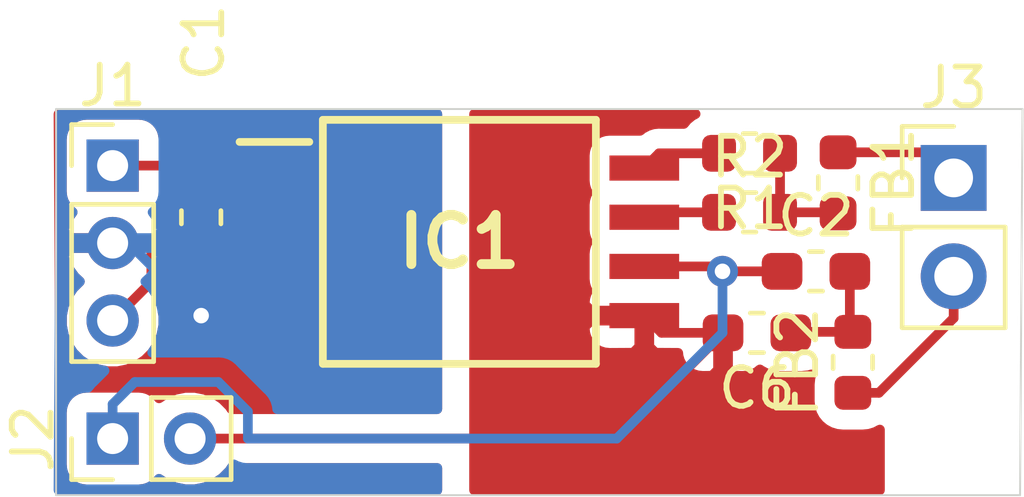
<source format=kicad_pcb>
(kicad_pcb (version 20171130) (host pcbnew "(5.1.6)-1")

  (general
    (thickness 1.6)
    (drawings 4)
    (tracks 49)
    (zones 0)
    (modules 11)
    (nets 12)
  )

  (page A4)
  (layers
    (0 F.Cu signal)
    (31 B.Cu signal)
    (32 B.Adhes user)
    (33 F.Adhes user)
    (34 B.Paste user)
    (35 F.Paste user)
    (36 B.SilkS user)
    (37 F.SilkS user)
    (38 B.Mask user)
    (39 F.Mask user)
    (40 Dwgs.User user)
    (41 Cmts.User user)
    (42 Eco1.User user)
    (43 Eco2.User user)
    (44 Edge.Cuts user)
    (45 Margin user)
    (46 B.CrtYd user)
    (47 F.CrtYd user)
    (48 B.Fab user)
    (49 F.Fab user)
  )

  (setup
    (last_trace_width 0.25)
    (trace_clearance 0.2)
    (zone_clearance 0.508)
    (zone_45_only no)
    (trace_min 0.2)
    (via_size 0.8)
    (via_drill 0.4)
    (via_min_size 0.4)
    (via_min_drill 0.3)
    (uvia_size 0.3)
    (uvia_drill 0.1)
    (uvias_allowed no)
    (uvia_min_size 0.2)
    (uvia_min_drill 0.1)
    (edge_width 0.05)
    (segment_width 0.2)
    (pcb_text_width 0.3)
    (pcb_text_size 1.5 1.5)
    (mod_edge_width 0.12)
    (mod_text_size 1 1)
    (mod_text_width 0.15)
    (pad_size 1.524 1.524)
    (pad_drill 0.762)
    (pad_to_mask_clearance 0.05)
    (aux_axis_origin 0 0)
    (visible_elements 7FFDFFFF)
    (pcbplotparams
      (layerselection 0x010fc_ffffffff)
      (usegerberextensions false)
      (usegerberattributes true)
      (usegerberadvancedattributes true)
      (creategerberjobfile true)
      (excludeedgelayer true)
      (linewidth 0.100000)
      (plotframeref false)
      (viasonmask false)
      (mode 1)
      (useauxorigin false)
      (hpglpennumber 1)
      (hpglpenspeed 20)
      (hpglpendiameter 15.000000)
      (psnegative false)
      (psa4output false)
      (plotreference true)
      (plotvalue true)
      (plotinvisibletext false)
      (padsonsilk false)
      (subtractmaskfromsilk false)
      (outputformat 1)
      (mirror false)
      (drillshape 1)
      (scaleselection 1)
      (outputdirectory ""))
  )

  (net 0 "")
  (net 1 "Net-(C1-Pad2)")
  (net 2 "Net-(C1-Pad1)")
  (net 3 "Net-(C2-Pad2)")
  (net 4 "Net-(C2-Pad1)")
  (net 5 "Net-(IC1-Pad2)")
  (net 6 "Net-(IC1-Pad8)")
  (net 7 "Net-(IC1-Pad7)")
  (net 8 "Net-(C6-Pad2)")
  (net 9 "Net-(FB2-Pad1)")
  (net 10 "Net-(FB1-Pad1)")
  (net 11 "Net-(FB1-Pad2)")

  (net_class Default "This is the default net class."
    (clearance 0.2)
    (trace_width 0.25)
    (via_dia 0.8)
    (via_drill 0.4)
    (uvia_dia 0.3)
    (uvia_drill 0.1)
    (add_net "Net-(C1-Pad1)")
    (add_net "Net-(C1-Pad2)")
    (add_net "Net-(C2-Pad1)")
    (add_net "Net-(C2-Pad2)")
    (add_net "Net-(C6-Pad2)")
    (add_net "Net-(FB1-Pad1)")
    (add_net "Net-(FB1-Pad2)")
    (add_net "Net-(FB2-Pad1)")
    (add_net "Net-(IC1-Pad2)")
    (add_net "Net-(IC1-Pad7)")
    (add_net "Net-(IC1-Pad8)")
  )

  (module Resistor_SMD:R_0603_1608Metric (layer F.Cu) (tedit 5B301BBD) (tstamp 5F67B385)
    (at 194.7545 72.9615 90)
    (descr "Resistor SMD 0603 (1608 Metric), square (rectangular) end terminal, IPC_7351 nominal, (Body size source: http://www.tortai-tech.com/upload/download/2011102023233369053.pdf), generated with kicad-footprint-generator")
    (tags resistor)
    (path /5F67F006)
    (attr smd)
    (fp_text reference FB2 (at 0 -1.43 90) (layer F.SilkS)
      (effects (font (size 1 1) (thickness 0.15)))
    )
    (fp_text value Fer (at 0 1.43 90) (layer F.Fab)
      (effects (font (size 1 1) (thickness 0.15)))
    )
    (fp_text user %R (at 0 0 90) (layer F.Fab)
      (effects (font (size 0.4 0.4) (thickness 0.06)))
    )
    (fp_line (start -0.8 0.4) (end -0.8 -0.4) (layer F.Fab) (width 0.1))
    (fp_line (start -0.8 -0.4) (end 0.8 -0.4) (layer F.Fab) (width 0.1))
    (fp_line (start 0.8 -0.4) (end 0.8 0.4) (layer F.Fab) (width 0.1))
    (fp_line (start 0.8 0.4) (end -0.8 0.4) (layer F.Fab) (width 0.1))
    (fp_line (start -0.162779 -0.51) (end 0.162779 -0.51) (layer F.SilkS) (width 0.12))
    (fp_line (start -0.162779 0.51) (end 0.162779 0.51) (layer F.SilkS) (width 0.12))
    (fp_line (start -1.48 0.73) (end -1.48 -0.73) (layer F.CrtYd) (width 0.05))
    (fp_line (start -1.48 -0.73) (end 1.48 -0.73) (layer F.CrtYd) (width 0.05))
    (fp_line (start 1.48 -0.73) (end 1.48 0.73) (layer F.CrtYd) (width 0.05))
    (fp_line (start 1.48 0.73) (end -1.48 0.73) (layer F.CrtYd) (width 0.05))
    (pad 2 smd roundrect (at 0.7875 0 90) (size 0.875 0.95) (layers F.Cu F.Paste F.Mask) (roundrect_rratio 0.25)
      (net 3 "Net-(C2-Pad2)"))
    (pad 1 smd roundrect (at -0.7875 0 90) (size 0.875 0.95) (layers F.Cu F.Paste F.Mask) (roundrect_rratio 0.25)
      (net 9 "Net-(FB2-Pad1)"))
    (model ${KISYS3DMOD}/Resistor_SMD.3dshapes/R_0603_1608Metric.wrl
      (at (xyz 0 0 0))
      (scale (xyz 1 1 1))
      (rotate (xyz 0 0 0))
    )
  )

  (module Resistor_SMD:R_0603_1608Metric (layer F.Cu) (tedit 5B301BBD) (tstamp 5F67B374)
    (at 194.3735 68.326 270)
    (descr "Resistor SMD 0603 (1608 Metric), square (rectangular) end terminal, IPC_7351 nominal, (Body size source: http://www.tortai-tech.com/upload/download/2011102023233369053.pdf), generated with kicad-footprint-generator")
    (tags resistor)
    (path /5F67E67B)
    (attr smd)
    (fp_text reference FB1 (at 0 -1.43 90) (layer F.SilkS)
      (effects (font (size 1 1) (thickness 0.15)))
    )
    (fp_text value Fer (at 0 1.43 90) (layer F.Fab)
      (effects (font (size 1 1) (thickness 0.15)))
    )
    (fp_text user %R (at 0 0 90) (layer F.Fab)
      (effects (font (size 0.4 0.4) (thickness 0.06)))
    )
    (fp_line (start -0.8 0.4) (end -0.8 -0.4) (layer F.Fab) (width 0.1))
    (fp_line (start -0.8 -0.4) (end 0.8 -0.4) (layer F.Fab) (width 0.1))
    (fp_line (start 0.8 -0.4) (end 0.8 0.4) (layer F.Fab) (width 0.1))
    (fp_line (start 0.8 0.4) (end -0.8 0.4) (layer F.Fab) (width 0.1))
    (fp_line (start -0.162779 -0.51) (end 0.162779 -0.51) (layer F.SilkS) (width 0.12))
    (fp_line (start -0.162779 0.51) (end 0.162779 0.51) (layer F.SilkS) (width 0.12))
    (fp_line (start -1.48 0.73) (end -1.48 -0.73) (layer F.CrtYd) (width 0.05))
    (fp_line (start -1.48 -0.73) (end 1.48 -0.73) (layer F.CrtYd) (width 0.05))
    (fp_line (start 1.48 -0.73) (end 1.48 0.73) (layer F.CrtYd) (width 0.05))
    (fp_line (start 1.48 0.73) (end -1.48 0.73) (layer F.CrtYd) (width 0.05))
    (pad 2 smd roundrect (at 0.7875 0 270) (size 0.875 0.95) (layers F.Cu F.Paste F.Mask) (roundrect_rratio 0.25)
      (net 11 "Net-(FB1-Pad2)"))
    (pad 1 smd roundrect (at -0.7875 0 270) (size 0.875 0.95) (layers F.Cu F.Paste F.Mask) (roundrect_rratio 0.25)
      (net 10 "Net-(FB1-Pad1)"))
    (model ${KISYS3DMOD}/Resistor_SMD.3dshapes/R_0603_1608Metric.wrl
      (at (xyz 0 0 0))
      (scale (xyz 1 1 1))
      (rotate (xyz 0 0 0))
    )
  )

  (module Resistor_SMD:R_0603_1608Metric (layer F.Cu) (tedit 5B301BBD) (tstamp 5F67AC15)
    (at 192.0875 69.088)
    (descr "Resistor SMD 0603 (1608 Metric), square (rectangular) end terminal, IPC_7351 nominal, (Body size source: http://www.tortai-tech.com/upload/download/2011102023233369053.pdf), generated with kicad-footprint-generator")
    (tags resistor)
    (path /5F550C03)
    (attr smd)
    (fp_text reference R2 (at 0 -1.43) (layer F.SilkS)
      (effects (font (size 1 1) (thickness 0.15)))
    )
    (fp_text value 3R3 (at 0 1.43) (layer F.Fab)
      (effects (font (size 1 1) (thickness 0.15)))
    )
    (fp_line (start 1.48 0.73) (end -1.48 0.73) (layer F.CrtYd) (width 0.05))
    (fp_line (start 1.48 -0.73) (end 1.48 0.73) (layer F.CrtYd) (width 0.05))
    (fp_line (start -1.48 -0.73) (end 1.48 -0.73) (layer F.CrtYd) (width 0.05))
    (fp_line (start -1.48 0.73) (end -1.48 -0.73) (layer F.CrtYd) (width 0.05))
    (fp_line (start -0.162779 0.51) (end 0.162779 0.51) (layer F.SilkS) (width 0.12))
    (fp_line (start -0.162779 -0.51) (end 0.162779 -0.51) (layer F.SilkS) (width 0.12))
    (fp_line (start 0.8 0.4) (end -0.8 0.4) (layer F.Fab) (width 0.1))
    (fp_line (start 0.8 -0.4) (end 0.8 0.4) (layer F.Fab) (width 0.1))
    (fp_line (start -0.8 -0.4) (end 0.8 -0.4) (layer F.Fab) (width 0.1))
    (fp_line (start -0.8 0.4) (end -0.8 -0.4) (layer F.Fab) (width 0.1))
    (fp_text user %R (at 0 0) (layer F.Fab)
      (effects (font (size 0.4 0.4) (thickness 0.06)))
    )
    (pad 2 smd roundrect (at 0.7875 0) (size 0.875 0.95) (layers F.Cu F.Paste F.Mask) (roundrect_rratio 0.25)
      (net 11 "Net-(FB1-Pad2)"))
    (pad 1 smd roundrect (at -0.7875 0) (size 0.875 0.95) (layers F.Cu F.Paste F.Mask) (roundrect_rratio 0.25)
      (net 7 "Net-(IC1-Pad7)"))
    (model ${KISYS3DMOD}/Resistor_SMD.3dshapes/R_0603_1608Metric.wrl
      (at (xyz 0 0 0))
      (scale (xyz 1 1 1))
      (rotate (xyz 0 0 0))
    )
  )

  (module Resistor_SMD:R_0603_1608Metric (layer F.Cu) (tedit 5B301BBD) (tstamp 5F67AC04)
    (at 192.0875 67.564 180)
    (descr "Resistor SMD 0603 (1608 Metric), square (rectangular) end terminal, IPC_7351 nominal, (Body size source: http://www.tortai-tech.com/upload/download/2011102023233369053.pdf), generated with kicad-footprint-generator")
    (tags resistor)
    (path /5F55026D)
    (attr smd)
    (fp_text reference R1 (at 0 -1.43) (layer F.SilkS)
      (effects (font (size 1 1) (thickness 0.15)))
    )
    (fp_text value 10R (at 0 1.43) (layer F.Fab)
      (effects (font (size 1 1) (thickness 0.15)))
    )
    (fp_line (start 1.48 0.73) (end -1.48 0.73) (layer F.CrtYd) (width 0.05))
    (fp_line (start 1.48 -0.73) (end 1.48 0.73) (layer F.CrtYd) (width 0.05))
    (fp_line (start -1.48 -0.73) (end 1.48 -0.73) (layer F.CrtYd) (width 0.05))
    (fp_line (start -1.48 0.73) (end -1.48 -0.73) (layer F.CrtYd) (width 0.05))
    (fp_line (start -0.162779 0.51) (end 0.162779 0.51) (layer F.SilkS) (width 0.12))
    (fp_line (start -0.162779 -0.51) (end 0.162779 -0.51) (layer F.SilkS) (width 0.12))
    (fp_line (start 0.8 0.4) (end -0.8 0.4) (layer F.Fab) (width 0.1))
    (fp_line (start 0.8 -0.4) (end 0.8 0.4) (layer F.Fab) (width 0.1))
    (fp_line (start -0.8 -0.4) (end 0.8 -0.4) (layer F.Fab) (width 0.1))
    (fp_line (start -0.8 0.4) (end -0.8 -0.4) (layer F.Fab) (width 0.1))
    (fp_text user %R (at 0 0) (layer F.Fab)
      (effects (font (size 0.4 0.4) (thickness 0.06)))
    )
    (pad 2 smd roundrect (at 0.7875 0 180) (size 0.875 0.95) (layers F.Cu F.Paste F.Mask) (roundrect_rratio 0.25)
      (net 6 "Net-(IC1-Pad8)"))
    (pad 1 smd roundrect (at -0.7875 0 180) (size 0.875 0.95) (layers F.Cu F.Paste F.Mask) (roundrect_rratio 0.25)
      (net 11 "Net-(FB1-Pad2)"))
    (model ${KISYS3DMOD}/Resistor_SMD.3dshapes/R_0603_1608Metric.wrl
      (at (xyz 0 0 0))
      (scale (xyz 1 1 1))
      (rotate (xyz 0 0 0))
    )
  )

  (module Connector_PinHeader_2.54mm:PinHeader_1x02_P2.54mm_Vertical (layer F.Cu) (tedit 59FED5CC) (tstamp 5F67ABF3)
    (at 197.358 68.199)
    (descr "Through hole straight pin header, 1x02, 2.54mm pitch, single row")
    (tags "Through hole pin header THT 1x02 2.54mm single row")
    (path /5F68C775)
    (fp_text reference J3 (at 0 -2.33) (layer F.SilkS)
      (effects (font (size 1 1) (thickness 0.15)))
    )
    (fp_text value Drive_OUT (at 0 4.87) (layer F.Fab)
      (effects (font (size 1 1) (thickness 0.15)))
    )
    (fp_line (start 1.8 -1.8) (end -1.8 -1.8) (layer F.CrtYd) (width 0.05))
    (fp_line (start 1.8 4.35) (end 1.8 -1.8) (layer F.CrtYd) (width 0.05))
    (fp_line (start -1.8 4.35) (end 1.8 4.35) (layer F.CrtYd) (width 0.05))
    (fp_line (start -1.8 -1.8) (end -1.8 4.35) (layer F.CrtYd) (width 0.05))
    (fp_line (start -1.33 -1.33) (end 0 -1.33) (layer F.SilkS) (width 0.12))
    (fp_line (start -1.33 0) (end -1.33 -1.33) (layer F.SilkS) (width 0.12))
    (fp_line (start -1.33 1.27) (end 1.33 1.27) (layer F.SilkS) (width 0.12))
    (fp_line (start 1.33 1.27) (end 1.33 3.87) (layer F.SilkS) (width 0.12))
    (fp_line (start -1.33 1.27) (end -1.33 3.87) (layer F.SilkS) (width 0.12))
    (fp_line (start -1.33 3.87) (end 1.33 3.87) (layer F.SilkS) (width 0.12))
    (fp_line (start -1.27 -0.635) (end -0.635 -1.27) (layer F.Fab) (width 0.1))
    (fp_line (start -1.27 3.81) (end -1.27 -0.635) (layer F.Fab) (width 0.1))
    (fp_line (start 1.27 3.81) (end -1.27 3.81) (layer F.Fab) (width 0.1))
    (fp_line (start 1.27 -1.27) (end 1.27 3.81) (layer F.Fab) (width 0.1))
    (fp_line (start -0.635 -1.27) (end 1.27 -1.27) (layer F.Fab) (width 0.1))
    (fp_text user %R (at 0 1.27 90) (layer F.Fab)
      (effects (font (size 1 1) (thickness 0.15)))
    )
    (pad 2 thru_hole oval (at 0 2.54) (size 1.7 1.7) (drill 1) (layers *.Cu *.Mask)
      (net 9 "Net-(FB2-Pad1)"))
    (pad 1 thru_hole rect (at 0 0) (size 1.7 1.7) (drill 1) (layers *.Cu *.Mask)
      (net 10 "Net-(FB1-Pad1)"))
    (model ${KISYS3DMOD}/Connector_PinHeader_2.54mm.3dshapes/PinHeader_1x02_P2.54mm_Vertical.wrl
      (at (xyz 0 0 0))
      (scale (xyz 1 1 1))
      (rotate (xyz 0 0 0))
    )
  )

  (module Connector_PinHeader_2.00mm:PinHeader_1x02_P2.00mm_Vertical (layer F.Cu) (tedit 59FED667) (tstamp 5F67ABDD)
    (at 175.641 74.93 90)
    (descr "Through hole straight pin header, 1x02, 2.00mm pitch, single row")
    (tags "Through hole pin header THT 1x02 2.00mm single row")
    (path /5F584A40)
    (fp_text reference J2 (at 0 -2.06 90) (layer F.SilkS)
      (effects (font (size 1 1) (thickness 0.15)))
    )
    (fp_text value Drive_IN (at 0 4.06 90) (layer F.Fab)
      (effects (font (size 1 1) (thickness 0.15)))
    )
    (fp_line (start 1.5 -1.5) (end -1.5 -1.5) (layer F.CrtYd) (width 0.05))
    (fp_line (start 1.5 3.5) (end 1.5 -1.5) (layer F.CrtYd) (width 0.05))
    (fp_line (start -1.5 3.5) (end 1.5 3.5) (layer F.CrtYd) (width 0.05))
    (fp_line (start -1.5 -1.5) (end -1.5 3.5) (layer F.CrtYd) (width 0.05))
    (fp_line (start -1.06 -1.06) (end 0 -1.06) (layer F.SilkS) (width 0.12))
    (fp_line (start -1.06 0) (end -1.06 -1.06) (layer F.SilkS) (width 0.12))
    (fp_line (start -1.06 1) (end 1.06 1) (layer F.SilkS) (width 0.12))
    (fp_line (start 1.06 1) (end 1.06 3.06) (layer F.SilkS) (width 0.12))
    (fp_line (start -1.06 1) (end -1.06 3.06) (layer F.SilkS) (width 0.12))
    (fp_line (start -1.06 3.06) (end 1.06 3.06) (layer F.SilkS) (width 0.12))
    (fp_line (start -1 -0.5) (end -0.5 -1) (layer F.Fab) (width 0.1))
    (fp_line (start -1 3) (end -1 -0.5) (layer F.Fab) (width 0.1))
    (fp_line (start 1 3) (end -1 3) (layer F.Fab) (width 0.1))
    (fp_line (start 1 -1) (end 1 3) (layer F.Fab) (width 0.1))
    (fp_line (start -0.5 -1) (end 1 -1) (layer F.Fab) (width 0.1))
    (fp_text user %R (at 0 1) (layer F.Fab)
      (effects (font (size 1 1) (thickness 0.15)))
    )
    (pad 2 thru_hole oval (at 0 2 90) (size 1.35 1.35) (drill 0.8) (layers *.Cu *.Mask)
      (net 8 "Net-(C6-Pad2)"))
    (pad 1 thru_hole rect (at 0 0 90) (size 1.35 1.35) (drill 0.8) (layers *.Cu *.Mask)
      (net 4 "Net-(C2-Pad1)"))
    (model ${KISYS3DMOD}/Connector_PinHeader_2.00mm.3dshapes/PinHeader_1x02_P2.00mm_Vertical.wrl
      (at (xyz 0 0 0))
      (scale (xyz 1 1 1))
      (rotate (xyz 0 0 0))
    )
  )

  (module Connector_PinHeader_2.00mm:PinHeader_1x03_P2.00mm_Vertical (layer F.Cu) (tedit 59FED667) (tstamp 5F67ABC7)
    (at 175.641 67.8815)
    (descr "Through hole straight pin header, 1x03, 2.00mm pitch, single row")
    (tags "Through hole pin header THT 1x03 2.00mm single row")
    (path /5F5835FB)
    (fp_text reference J1 (at 0 -2.06) (layer F.SilkS)
      (effects (font (size 1 1) (thickness 0.15)))
    )
    (fp_text value Logic_IN (at 0 6.06) (layer F.Fab)
      (effects (font (size 1 1) (thickness 0.15)))
    )
    (fp_line (start 1.5 -1.5) (end -1.5 -1.5) (layer F.CrtYd) (width 0.05))
    (fp_line (start 1.5 5.5) (end 1.5 -1.5) (layer F.CrtYd) (width 0.05))
    (fp_line (start -1.5 5.5) (end 1.5 5.5) (layer F.CrtYd) (width 0.05))
    (fp_line (start -1.5 -1.5) (end -1.5 5.5) (layer F.CrtYd) (width 0.05))
    (fp_line (start -1.06 -1.06) (end 0 -1.06) (layer F.SilkS) (width 0.12))
    (fp_line (start -1.06 0) (end -1.06 -1.06) (layer F.SilkS) (width 0.12))
    (fp_line (start -1.06 1) (end 1.06 1) (layer F.SilkS) (width 0.12))
    (fp_line (start 1.06 1) (end 1.06 5.06) (layer F.SilkS) (width 0.12))
    (fp_line (start -1.06 1) (end -1.06 5.06) (layer F.SilkS) (width 0.12))
    (fp_line (start -1.06 5.06) (end 1.06 5.06) (layer F.SilkS) (width 0.12))
    (fp_line (start -1 -0.5) (end -0.5 -1) (layer F.Fab) (width 0.1))
    (fp_line (start -1 5) (end -1 -0.5) (layer F.Fab) (width 0.1))
    (fp_line (start 1 5) (end -1 5) (layer F.Fab) (width 0.1))
    (fp_line (start 1 -1) (end 1 5) (layer F.Fab) (width 0.1))
    (fp_line (start -0.5 -1) (end 1 -1) (layer F.Fab) (width 0.1))
    (fp_text user %R (at 0 2 90) (layer F.Fab)
      (effects (font (size 1 1) (thickness 0.15)))
    )
    (pad 3 thru_hole oval (at 0 4) (size 1.35 1.35) (drill 0.8) (layers *.Cu *.Mask)
      (net 5 "Net-(IC1-Pad2)"))
    (pad 2 thru_hole oval (at 0 2) (size 1.35 1.35) (drill 0.8) (layers *.Cu *.Mask)
      (net 1 "Net-(C1-Pad2)"))
    (pad 1 thru_hole rect (at 0 0) (size 1.35 1.35) (drill 0.8) (layers *.Cu *.Mask)
      (net 2 "Net-(C1-Pad1)"))
    (model ${KISYS3DMOD}/Connector_PinHeader_2.00mm.3dshapes/PinHeader_1x03_P2.00mm_Vertical.wrl
      (at (xyz 0 0 0))
      (scale (xyz 1 1 1))
      (rotate (xyz 0 0 0))
    )
  )

  (module 1EDI60H12AHXUMA1:SOIC127P1030X265-8N (layer F.Cu) (tedit 5F53E5A8) (tstamp 5F67ABB0)
    (at 184.5945 69.85)
    (descr 1EDI60H12AHXUMA1-1)
    (tags "Integrated Circuit")
    (path /5F54F7F9)
    (attr smd)
    (fp_text reference IC1 (at 0 0) (layer F.SilkS)
      (effects (font (size 1.27 1.27) (thickness 0.254)))
    )
    (fp_text value 1EDI60H12AHXUMA1 (at 0 0) (layer F.SilkS) hide
      (effects (font (size 1.27 1.27) (thickness 0.254)))
    )
    (fp_line (start -5.925 -3.45) (end 5.925 -3.45) (layer Dwgs.User) (width 0.05))
    (fp_line (start 5.925 -3.45) (end 5.925 3.45) (layer Dwgs.User) (width 0.05))
    (fp_line (start 5.925 3.45) (end -5.925 3.45) (layer Dwgs.User) (width 0.05))
    (fp_line (start -5.925 3.45) (end -5.925 -3.45) (layer Dwgs.User) (width 0.05))
    (fp_line (start -3.75 -3.15) (end 3.75 -3.15) (layer Dwgs.User) (width 0.1))
    (fp_line (start 3.75 -3.15) (end 3.75 3.15) (layer Dwgs.User) (width 0.1))
    (fp_line (start 3.75 3.15) (end -3.75 3.15) (layer Dwgs.User) (width 0.1))
    (fp_line (start -3.75 3.15) (end -3.75 -3.15) (layer Dwgs.User) (width 0.1))
    (fp_line (start -3.75 -1.88) (end -2.48 -3.15) (layer Dwgs.User) (width 0.1))
    (fp_line (start -3.525 -3.15) (end 3.525 -3.15) (layer F.SilkS) (width 0.2))
    (fp_line (start 3.525 -3.15) (end 3.525 3.15) (layer F.SilkS) (width 0.2))
    (fp_line (start 3.525 3.15) (end -3.525 3.15) (layer F.SilkS) (width 0.2))
    (fp_line (start -3.525 3.15) (end -3.525 -3.15) (layer F.SilkS) (width 0.2))
    (fp_line (start -5.675 -2.58) (end -3.875 -2.58) (layer F.SilkS) (width 0.2))
    (pad 8 smd rect (at 4.775 -1.905 90) (size 0.65 1.8) (layers F.Cu F.Paste F.Mask)
      (net 6 "Net-(IC1-Pad8)"))
    (pad 7 smd rect (at 4.775 -0.635 90) (size 0.65 1.8) (layers F.Cu F.Paste F.Mask)
      (net 7 "Net-(IC1-Pad7)"))
    (pad 6 smd rect (at 4.775 0.635 90) (size 0.65 1.8) (layers F.Cu F.Paste F.Mask)
      (net 4 "Net-(C2-Pad1)"))
    (pad 5 smd rect (at 4.775 1.905 90) (size 0.65 1.8) (layers F.Cu F.Paste F.Mask)
      (net 8 "Net-(C6-Pad2)"))
    (pad 4 smd rect (at -4.775 1.905 90) (size 0.65 1.8) (layers F.Cu F.Paste F.Mask)
      (net 1 "Net-(C1-Pad2)"))
    (pad 3 smd rect (at -4.775 0.635 90) (size 0.65 1.8) (layers F.Cu F.Paste F.Mask)
      (net 1 "Net-(C1-Pad2)"))
    (pad 2 smd rect (at -4.775 -0.635 90) (size 0.65 1.8) (layers F.Cu F.Paste F.Mask)
      (net 5 "Net-(IC1-Pad2)"))
    (pad 1 smd rect (at -4.775 -1.905 90) (size 0.65 1.8) (layers F.Cu F.Paste F.Mask)
      (net 2 "Net-(C1-Pad1)"))
  )

  (module Capacitor_SMD:C_0603_1608Metric_Pad1.05x0.95mm_HandSolder (layer F.Cu) (tedit 5B301BBE) (tstamp 5F67AB96)
    (at 192.278 72.1995 180)
    (descr "Capacitor SMD 0603 (1608 Metric), square (rectangular) end terminal, IPC_7351 nominal with elongated pad for handsoldering. (Body size source: http://www.tortai-tech.com/upload/download/2011102023233369053.pdf), generated with kicad-footprint-generator")
    (tags "capacitor handsolder")
    (path /5F551829)
    (attr smd)
    (fp_text reference C6 (at 0 -1.43) (layer F.SilkS)
      (effects (font (size 1 1) (thickness 0.15)))
    )
    (fp_text value 1uF (at 0 1.43) (layer F.Fab)
      (effects (font (size 1 1) (thickness 0.15)))
    )
    (fp_line (start 1.65 0.73) (end -1.65 0.73) (layer F.CrtYd) (width 0.05))
    (fp_line (start 1.65 -0.73) (end 1.65 0.73) (layer F.CrtYd) (width 0.05))
    (fp_line (start -1.65 -0.73) (end 1.65 -0.73) (layer F.CrtYd) (width 0.05))
    (fp_line (start -1.65 0.73) (end -1.65 -0.73) (layer F.CrtYd) (width 0.05))
    (fp_line (start -0.171267 0.51) (end 0.171267 0.51) (layer F.SilkS) (width 0.12))
    (fp_line (start -0.171267 -0.51) (end 0.171267 -0.51) (layer F.SilkS) (width 0.12))
    (fp_line (start 0.8 0.4) (end -0.8 0.4) (layer F.Fab) (width 0.1))
    (fp_line (start 0.8 -0.4) (end 0.8 0.4) (layer F.Fab) (width 0.1))
    (fp_line (start -0.8 -0.4) (end 0.8 -0.4) (layer F.Fab) (width 0.1))
    (fp_line (start -0.8 0.4) (end -0.8 -0.4) (layer F.Fab) (width 0.1))
    (fp_text user %R (at 0 0) (layer F.Fab)
      (effects (font (size 0.4 0.4) (thickness 0.06)))
    )
    (pad 2 smd roundrect (at 0.875 0 180) (size 1.05 0.95) (layers F.Cu F.Paste F.Mask) (roundrect_rratio 0.25)
      (net 8 "Net-(C6-Pad2)"))
    (pad 1 smd roundrect (at -0.875 0 180) (size 1.05 0.95) (layers F.Cu F.Paste F.Mask) (roundrect_rratio 0.25)
      (net 3 "Net-(C2-Pad2)"))
    (model ${KISYS3DMOD}/Capacitor_SMD.3dshapes/C_0603_1608Metric.wrl
      (at (xyz 0 0 0))
      (scale (xyz 1 1 1))
      (rotate (xyz 0 0 0))
    )
  )

  (module Capacitor_SMD:C_0603_1608Metric_Pad1.05x0.95mm_HandSolder (layer F.Cu) (tedit 5B301BBE) (tstamp 5F67AB85)
    (at 193.802 70.612)
    (descr "Capacitor SMD 0603 (1608 Metric), square (rectangular) end terminal, IPC_7351 nominal with elongated pad for handsoldering. (Body size source: http://www.tortai-tech.com/upload/download/2011102023233369053.pdf), generated with kicad-footprint-generator")
    (tags "capacitor handsolder")
    (path /5F551388)
    (attr smd)
    (fp_text reference C2 (at 0 -1.43) (layer F.SilkS)
      (effects (font (size 1 1) (thickness 0.15)))
    )
    (fp_text value 1uF (at 0 1.43) (layer F.Fab)
      (effects (font (size 1 1) (thickness 0.15)))
    )
    (fp_line (start 1.65 0.73) (end -1.65 0.73) (layer F.CrtYd) (width 0.05))
    (fp_line (start 1.65 -0.73) (end 1.65 0.73) (layer F.CrtYd) (width 0.05))
    (fp_line (start -1.65 -0.73) (end 1.65 -0.73) (layer F.CrtYd) (width 0.05))
    (fp_line (start -1.65 0.73) (end -1.65 -0.73) (layer F.CrtYd) (width 0.05))
    (fp_line (start -0.171267 0.51) (end 0.171267 0.51) (layer F.SilkS) (width 0.12))
    (fp_line (start -0.171267 -0.51) (end 0.171267 -0.51) (layer F.SilkS) (width 0.12))
    (fp_line (start 0.8 0.4) (end -0.8 0.4) (layer F.Fab) (width 0.1))
    (fp_line (start 0.8 -0.4) (end 0.8 0.4) (layer F.Fab) (width 0.1))
    (fp_line (start -0.8 -0.4) (end 0.8 -0.4) (layer F.Fab) (width 0.1))
    (fp_line (start -0.8 0.4) (end -0.8 -0.4) (layer F.Fab) (width 0.1))
    (fp_text user %R (at 0 0) (layer F.Fab)
      (effects (font (size 0.4 0.4) (thickness 0.06)))
    )
    (pad 2 smd roundrect (at 0.875 0) (size 1.05 0.95) (layers F.Cu F.Paste F.Mask) (roundrect_rratio 0.25)
      (net 3 "Net-(C2-Pad2)"))
    (pad 1 smd roundrect (at -0.875 0) (size 1.05 0.95) (layers F.Cu F.Paste F.Mask) (roundrect_rratio 0.25)
      (net 4 "Net-(C2-Pad1)"))
    (model ${KISYS3DMOD}/Capacitor_SMD.3dshapes/C_0603_1608Metric.wrl
      (at (xyz 0 0 0))
      (scale (xyz 1 1 1))
      (rotate (xyz 0 0 0))
    )
  )

  (module Capacitor_SMD:C_0603_1608Metric_Pad1.05x0.95mm_HandSolder (layer F.Cu) (tedit 5B301BBE) (tstamp 5F67AB74)
    (at 177.927 69.215 270)
    (descr "Capacitor SMD 0603 (1608 Metric), square (rectangular) end terminal, IPC_7351 nominal with elongated pad for handsoldering. (Body size source: http://www.tortai-tech.com/upload/download/2011102023233369053.pdf), generated with kicad-footprint-generator")
    (tags "capacitor handsolder")
    (path /5F556DCA)
    (attr smd)
    (fp_text reference C1 (at -4.5085 -0.0635 90) (layer F.SilkS)
      (effects (font (size 1 1) (thickness 0.15)))
    )
    (fp_text value 100nF (at 0 1.43 90) (layer F.Fab)
      (effects (font (size 1 1) (thickness 0.15)))
    )
    (fp_line (start 1.65 0.73) (end -1.65 0.73) (layer F.CrtYd) (width 0.05))
    (fp_line (start 1.65 -0.73) (end 1.65 0.73) (layer F.CrtYd) (width 0.05))
    (fp_line (start -1.65 -0.73) (end 1.65 -0.73) (layer F.CrtYd) (width 0.05))
    (fp_line (start -1.65 0.73) (end -1.65 -0.73) (layer F.CrtYd) (width 0.05))
    (fp_line (start -0.171267 0.51) (end 0.171267 0.51) (layer F.SilkS) (width 0.12))
    (fp_line (start -0.171267 -0.51) (end 0.171267 -0.51) (layer F.SilkS) (width 0.12))
    (fp_line (start 0.8 0.4) (end -0.8 0.4) (layer F.Fab) (width 0.1))
    (fp_line (start 0.8 -0.4) (end 0.8 0.4) (layer F.Fab) (width 0.1))
    (fp_line (start -0.8 -0.4) (end 0.8 -0.4) (layer F.Fab) (width 0.1))
    (fp_line (start -0.8 0.4) (end -0.8 -0.4) (layer F.Fab) (width 0.1))
    (fp_text user %R (at 0 0 90) (layer F.Fab)
      (effects (font (size 0.4 0.4) (thickness 0.06)))
    )
    (pad 2 smd roundrect (at 0.875 0 270) (size 1.05 0.95) (layers F.Cu F.Paste F.Mask) (roundrect_rratio 0.25)
      (net 1 "Net-(C1-Pad2)"))
    (pad 1 smd roundrect (at -0.875 0 270) (size 1.05 0.95) (layers F.Cu F.Paste F.Mask) (roundrect_rratio 0.25)
      (net 2 "Net-(C1-Pad1)"))
    (model ${KISYS3DMOD}/Capacitor_SMD.3dshapes/C_0603_1608Metric.wrl
      (at (xyz 0 0 0))
      (scale (xyz 1 1 1))
      (rotate (xyz 0 0 0))
    )
  )

  (gr_line (start 199.0725 76.3905) (end 199.136 66.421) (layer Edge.Cuts) (width 0.05) (tstamp 5F67BC82))
  (gr_line (start 174.1805 76.3905) (end 199.0725 76.3905) (layer Edge.Cuts) (width 0.05))
  (gr_line (start 174.1805 66.421) (end 174.1805 76.3905) (layer Edge.Cuts) (width 0.05))
  (gr_line (start 199.136 66.421) (end 174.1805 66.421) (layer Edge.Cuts) (width 0.05))

  (segment (start 179.8195 70.485) (end 179.8195 71.755) (width 0.25) (layer F.Cu) (net 1))
  (segment (start 179.8195 71.755) (end 177.927 71.755) (width 0.25) (layer F.Cu) (net 1))
  (segment (start 178.322 70.485) (end 177.927 70.09) (width 0.25) (layer F.Cu) (net 1))
  (segment (start 179.8195 70.485) (end 178.322 70.485) (width 0.25) (layer F.Cu) (net 1))
  (segment (start 177.927 71.755) (end 177.927 71.755) (width 0.25) (layer F.Cu) (net 1) (tstamp 5F67B790))
  (via (at 177.927 71.755) (size 0.8) (drill 0.4) (layers F.Cu B.Cu) (net 1))
  (segment (start 176.0535 69.8815) (end 175.641 69.8815) (width 0.25) (layer B.Cu) (net 1))
  (segment (start 177.927 71.755) (end 176.0535 69.8815) (width 0.25) (layer B.Cu) (net 1))
  (segment (start 178.322 67.945) (end 177.927 68.34) (width 0.25) (layer F.Cu) (net 2))
  (segment (start 179.8195 67.945) (end 178.322 67.945) (width 0.25) (layer F.Cu) (net 2))
  (segment (start 177.4685 67.8815) (end 177.927 68.34) (width 0.25) (layer F.Cu) (net 2))
  (segment (start 175.641 67.8815) (end 177.4685 67.8815) (width 0.25) (layer F.Cu) (net 2))
  (segment (start 194.677 72.0965) (end 194.7545 72.174) (width 0.25) (layer F.Cu) (net 3))
  (segment (start 194.677 70.612) (end 194.677 72.0965) (width 0.25) (layer F.Cu) (net 3))
  (segment (start 193.1785 72.174) (end 193.153 72.1995) (width 0.25) (layer F.Cu) (net 3))
  (segment (start 194.7545 72.174) (end 193.1785 72.174) (width 0.25) (layer F.Cu) (net 3))
  (segment (start 189.3695 70.485) (end 191.262 70.485) (width 0.25) (layer F.Cu) (net 4))
  (segment (start 191.262 70.485) (end 191.389 70.612) (width 0.25) (layer F.Cu) (net 4))
  (segment (start 191.389 70.612) (end 191.389 70.612) (width 0.25) (layer F.Cu) (net 4) (tstamp 5F67BB40))
  (via (at 191.389 70.612) (size 0.8) (drill 0.4) (layers F.Cu B.Cu) (net 4))
  (segment (start 191.389 70.612) (end 192.927 70.612) (width 0.25) (layer F.Cu) (net 4))
  (segment (start 176.2125 73.4695) (end 175.641 74.041) (width 0.25) (layer B.Cu) (net 4))
  (segment (start 175.641 74.041) (end 175.641 74.93) (width 0.25) (layer B.Cu) (net 4))
  (segment (start 178.3715 73.4695) (end 176.2125 73.4695) (width 0.25) (layer B.Cu) (net 4))
  (segment (start 191.389 72.1995) (end 188.6585 74.93) (width 0.25) (layer B.Cu) (net 4))
  (segment (start 191.389 70.612) (end 191.389 72.1995) (width 0.25) (layer B.Cu) (net 4))
  (segment (start 179.1335 74.2315) (end 178.3715 73.4695) (width 0.25) (layer B.Cu) (net 4))
  (segment (start 179.1335 74.93) (end 179.1335 74.2315) (width 0.25) (layer B.Cu) (net 4))
  (segment (start 188.6585 74.93) (end 179.1335 74.93) (width 0.25) (layer B.Cu) (net 4))
  (segment (start 176.641001 70.881499) (end 175.641 71.8815) (width 0.25) (layer F.Cu) (net 5))
  (segment (start 176.641001 70.055489) (end 176.641001 70.881499) (width 0.25) (layer F.Cu) (net 5))
  (segment (start 177.48149 69.215) (end 176.641001 70.055489) (width 0.25) (layer F.Cu) (net 5))
  (segment (start 179.8195 69.215) (end 177.48149 69.215) (width 0.25) (layer F.Cu) (net 5))
  (segment (start 189.7505 67.564) (end 189.3695 67.945) (width 0.25) (layer F.Cu) (net 6))
  (segment (start 191.3 67.564) (end 189.7505 67.564) (width 0.25) (layer F.Cu) (net 6))
  (segment (start 189.4965 69.088) (end 189.3695 69.215) (width 0.25) (layer F.Cu) (net 7))
  (segment (start 191.3 69.088) (end 189.4965 69.088) (width 0.25) (layer F.Cu) (net 7))
  (segment (start 189.814 72.1995) (end 189.3695 71.755) (width 0.25) (layer F.Cu) (net 8))
  (segment (start 191.403 72.1995) (end 189.814 72.1995) (width 0.25) (layer F.Cu) (net 8))
  (segment (start 188.6725 74.93) (end 191.403 72.1995) (width 0.25) (layer F.Cu) (net 8))
  (segment (start 177.641 74.93) (end 188.6725 74.93) (width 0.25) (layer F.Cu) (net 8))
  (segment (start 194.7545 73.749) (end 195.4275 73.749) (width 0.25) (layer F.Cu) (net 9))
  (segment (start 197.358 71.8185) (end 197.358 70.739) (width 0.25) (layer F.Cu) (net 9))
  (segment (start 195.4275 73.749) (end 197.358 71.8185) (width 0.25) (layer F.Cu) (net 9))
  (segment (start 196.6975 67.5385) (end 197.358 68.199) (width 0.25) (layer F.Cu) (net 10))
  (segment (start 194.3735 67.5385) (end 196.6975 67.5385) (width 0.25) (layer F.Cu) (net 10))
  (segment (start 192.875 67.564) (end 192.875 69.088) (width 0.25) (layer F.Cu) (net 11))
  (segment (start 194.348 69.088) (end 194.3735 69.1135) (width 0.25) (layer F.Cu) (net 11))
  (segment (start 192.875 69.088) (end 194.348 69.088) (width 0.25) (layer F.Cu) (net 11))

  (zone (net 8) (net_name "Net-(C6-Pad2)") (layer F.Cu) (tstamp 0) (hatch edge 0.508)
    (connect_pads (clearance 0.508))
    (min_thickness 0.254)
    (fill yes (arc_segments 32) (thermal_gap 0.508) (thermal_bridge_width 0.508))
    (polygon
      (pts
        (xy 195.58 66.421) (xy 184.8485 66.421) (xy 184.8485 76.3905) (xy 195.58 76.3905)
      )
    )
    (filled_polygon
      (pts
        (xy 190.605225 66.595329) (xy 190.475385 66.701885) (xy 190.391582 66.804) (xy 189.787822 66.804) (xy 189.750499 66.800324)
        (xy 189.713176 66.804) (xy 189.713167 66.804) (xy 189.601514 66.814997) (xy 189.458253 66.858454) (xy 189.326224 66.929026)
        (xy 189.261763 66.981928) (xy 188.4695 66.981928) (xy 188.345018 66.994188) (xy 188.22532 67.030498) (xy 188.115006 67.089463)
        (xy 188.018315 67.168815) (xy 187.938963 67.265506) (xy 187.879998 67.37582) (xy 187.843688 67.495518) (xy 187.831428 67.62)
        (xy 187.831428 68.27) (xy 187.843688 68.394482) (xy 187.879998 68.51418) (xy 187.91518 68.58) (xy 187.879998 68.64582)
        (xy 187.843688 68.765518) (xy 187.831428 68.89) (xy 187.831428 69.54) (xy 187.843688 69.664482) (xy 187.879998 69.78418)
        (xy 187.91518 69.85) (xy 187.879998 69.91582) (xy 187.843688 70.035518) (xy 187.831428 70.16) (xy 187.831428 70.81)
        (xy 187.843688 70.934482) (xy 187.879998 71.05418) (xy 187.91518 71.12) (xy 187.879998 71.18582) (xy 187.843688 71.305518)
        (xy 187.831428 71.43) (xy 187.8345 71.46925) (xy 187.99325 71.628) (xy 189.2425 71.628) (xy 189.2425 71.608)
        (xy 189.4965 71.608) (xy 189.4965 71.628) (xy 189.5165 71.628) (xy 189.5165 71.882) (xy 189.4965 71.882)
        (xy 189.4965 72.55625) (xy 189.65525 72.715) (xy 190.244207 72.717946) (xy 190.252188 72.798982) (xy 190.288498 72.91868)
        (xy 190.347463 73.028994) (xy 190.426815 73.125685) (xy 190.523506 73.205037) (xy 190.63382 73.264002) (xy 190.753518 73.300312)
        (xy 190.878 73.312572) (xy 191.11725 73.3095) (xy 191.276 73.15075) (xy 191.276 72.3265) (xy 191.256 72.3265)
        (xy 191.256 72.0725) (xy 191.276 72.0725) (xy 191.276 72.0525) (xy 191.53 72.0525) (xy 191.53 72.0725)
        (xy 191.55 72.0725) (xy 191.55 72.3265) (xy 191.53 72.3265) (xy 191.53 73.15075) (xy 191.68875 73.3095)
        (xy 191.928 73.312572) (xy 192.052482 73.300312) (xy 192.17218 73.264002) (xy 192.282494 73.205037) (xy 192.355161 73.145401)
        (xy 192.379058 73.165012) (xy 192.530433 73.245923) (xy 192.694684 73.295748) (xy 192.8655 73.312572) (xy 193.4405 73.312572)
        (xy 193.611316 73.295748) (xy 193.685111 73.273363) (xy 193.657892 73.363092) (xy 193.641428 73.53025) (xy 193.641428 73.96775)
        (xy 193.657892 74.134908) (xy 193.70665 74.295642) (xy 193.785829 74.443775) (xy 193.892385 74.573615) (xy 194.022225 74.680171)
        (xy 194.170358 74.75935) (xy 194.331092 74.808108) (xy 194.49825 74.824572) (xy 195.01075 74.824572) (xy 195.177908 74.808108)
        (xy 195.338642 74.75935) (xy 195.453 74.698224) (xy 195.453 76.2635) (xy 184.9755 76.2635) (xy 184.9755 72.08)
        (xy 187.831428 72.08) (xy 187.843688 72.204482) (xy 187.879998 72.32418) (xy 187.938963 72.434494) (xy 188.018315 72.531185)
        (xy 188.115006 72.610537) (xy 188.22532 72.669502) (xy 188.345018 72.705812) (xy 188.4695 72.718072) (xy 189.08375 72.715)
        (xy 189.2425 72.55625) (xy 189.2425 71.882) (xy 187.99325 71.882) (xy 187.8345 72.04075) (xy 187.831428 72.08)
        (xy 184.9755 72.08) (xy 184.9755 66.548) (xy 190.693771 66.548)
      )
    )
  )
  (zone (net 1) (net_name "Net-(C1-Pad2)") (layer B.Cu) (tstamp 0) (hatch edge 0.508)
    (connect_pads (clearance 0.508))
    (min_thickness 0.254)
    (fill yes (arc_segments 32) (thermal_gap 0.508) (thermal_bridge_width 0.508))
    (polygon
      (pts
        (xy 184.15 76.3905) (xy 174.117 76.3905) (xy 174.1805 66.421) (xy 184.15 66.421)
      )
    )
    (filled_polygon
      (pts
        (xy 184.023 74.17) (xy 179.89112 74.17) (xy 179.882503 74.082514) (xy 179.839046 73.939253) (xy 179.768474 73.807224)
        (xy 179.673501 73.691499) (xy 179.644502 73.667701) (xy 178.935303 72.958502) (xy 178.911501 72.929499) (xy 178.795776 72.834526)
        (xy 178.663747 72.763954) (xy 178.520486 72.720497) (xy 178.408833 72.7095) (xy 178.408822 72.7095) (xy 178.3715 72.705824)
        (xy 178.334178 72.7095) (xy 176.663273 72.7095) (xy 176.801907 72.502018) (xy 176.900658 72.263613) (xy 176.951 72.010524)
        (xy 176.951 71.752476) (xy 176.900658 71.499387) (xy 176.801907 71.260982) (xy 176.658544 71.046423) (xy 176.48694 70.874819)
        (xy 176.619303 70.752727) (xy 176.770473 70.545129) (xy 176.878238 70.312028) (xy 176.90891 70.2109) (xy 176.785224 70.0085)
        (xy 175.768 70.0085) (xy 175.768 70.0285) (xy 175.514 70.0285) (xy 175.514 70.0085) (xy 174.496776 70.0085)
        (xy 174.37309 70.2109) (xy 174.403762 70.312028) (xy 174.511527 70.545129) (xy 174.662697 70.752727) (xy 174.79506 70.874819)
        (xy 174.623456 71.046423) (xy 174.480093 71.260982) (xy 174.381342 71.499387) (xy 174.331 71.752476) (xy 174.331 72.010524)
        (xy 174.381342 72.263613) (xy 174.480093 72.502018) (xy 174.623456 72.716577) (xy 174.805923 72.899044) (xy 175.020482 73.042407)
        (xy 175.258887 73.141158) (xy 175.431672 73.175527) (xy 175.130002 73.477197) (xy 175.100999 73.500999) (xy 175.045871 73.568174)
        (xy 175.006026 73.616724) (xy 175.005917 73.616928) (xy 174.966 73.616928) (xy 174.841518 73.629188) (xy 174.72182 73.665498)
        (xy 174.611506 73.724463) (xy 174.514815 73.803815) (xy 174.435463 73.900506) (xy 174.376498 74.01082) (xy 174.340188 74.130518)
        (xy 174.327928 74.255) (xy 174.327928 75.605) (xy 174.340188 75.729482) (xy 174.376498 75.84918) (xy 174.435463 75.959494)
        (xy 174.514815 76.056185) (xy 174.611506 76.135537) (xy 174.72182 76.194502) (xy 174.841518 76.230812) (xy 174.966 76.243072)
        (xy 176.316 76.243072) (xy 176.440482 76.230812) (xy 176.56018 76.194502) (xy 176.670494 76.135537) (xy 176.767185 76.056185)
        (xy 176.838487 75.969303) (xy 177.020482 76.090907) (xy 177.258887 76.189658) (xy 177.511976 76.24) (xy 177.770024 76.24)
        (xy 178.023113 76.189658) (xy 178.261518 76.090907) (xy 178.476077 75.947544) (xy 178.658544 75.765077) (xy 178.770399 75.597673)
        (xy 178.841253 75.635546) (xy 178.984514 75.679003) (xy 179.1335 75.693677) (xy 179.170833 75.69) (xy 184.023 75.69)
        (xy 184.023 76.2635) (xy 174.244811 76.2635) (xy 174.302498 67.2065) (xy 174.327928 67.2065) (xy 174.327928 68.5565)
        (xy 174.340188 68.680982) (xy 174.376498 68.80068) (xy 174.435463 68.910994) (xy 174.514815 69.007685) (xy 174.608559 69.084619)
        (xy 174.511527 69.217871) (xy 174.403762 69.450972) (xy 174.37309 69.5521) (xy 174.496776 69.7545) (xy 175.514 69.7545)
        (xy 175.514 69.7345) (xy 175.768 69.7345) (xy 175.768 69.7545) (xy 176.785224 69.7545) (xy 176.90891 69.5521)
        (xy 176.878238 69.450972) (xy 176.770473 69.217871) (xy 176.673441 69.084619) (xy 176.767185 69.007685) (xy 176.846537 68.910994)
        (xy 176.905502 68.80068) (xy 176.941812 68.680982) (xy 176.954072 68.5565) (xy 176.954072 67.2065) (xy 176.941812 67.082018)
        (xy 176.905502 66.96232) (xy 176.846537 66.852006) (xy 176.767185 66.755315) (xy 176.670494 66.675963) (xy 176.56018 66.616998)
        (xy 176.440482 66.580688) (xy 176.316 66.568428) (xy 174.966 66.568428) (xy 174.841518 66.580688) (xy 174.72182 66.616998)
        (xy 174.611506 66.675963) (xy 174.514815 66.755315) (xy 174.435463 66.852006) (xy 174.376498 66.96232) (xy 174.340188 67.082018)
        (xy 174.327928 67.2065) (xy 174.302498 67.2065) (xy 174.306693 66.548) (xy 184.023 66.548)
      )
    )
  )
  (zone (net 1) (net_name "Net-(C1-Pad2)") (layer F.Cu) (tstamp 5F67BC36) (hatch edge 0.508)
    (connect_pads (clearance 0.508))
    (min_thickness 0.254)
    (fill yes (arc_segments 32) (thermal_gap 0.508) (thermal_bridge_width 0.508))
    (polygon
      (pts
        (xy 184.15 66.421) (xy 174.117 66.421) (xy 174.1805 76.3905) (xy 184.15 76.3905)
      )
    )
    (filled_polygon
      (pts
        (xy 184.023 74.17) (xy 178.708709 74.17) (xy 178.658544 74.094923) (xy 178.476077 73.912456) (xy 178.261518 73.769093)
        (xy 178.023113 73.670342) (xy 177.770024 73.62) (xy 177.511976 73.62) (xy 177.258887 73.670342) (xy 177.020482 73.769093)
        (xy 176.838487 73.890697) (xy 176.767185 73.803815) (xy 176.670494 73.724463) (xy 176.56018 73.665498) (xy 176.440482 73.629188)
        (xy 176.316 73.616928) (xy 174.966 73.616928) (xy 174.841518 73.629188) (xy 174.72182 73.665498) (xy 174.611506 73.724463)
        (xy 174.514815 73.803815) (xy 174.435463 73.900506) (xy 174.376498 74.01082) (xy 174.340188 74.130518) (xy 174.327928 74.255)
        (xy 174.327928 75.605) (xy 174.340188 75.729482) (xy 174.376498 75.84918) (xy 174.435463 75.959494) (xy 174.514815 76.056185)
        (xy 174.611506 76.135537) (xy 174.72182 76.194502) (xy 174.841518 76.230812) (xy 174.966 76.243072) (xy 176.316 76.243072)
        (xy 176.440482 76.230812) (xy 176.56018 76.194502) (xy 176.670494 76.135537) (xy 176.767185 76.056185) (xy 176.838487 75.969303)
        (xy 177.020482 76.090907) (xy 177.258887 76.189658) (xy 177.511976 76.24) (xy 177.770024 76.24) (xy 178.023113 76.189658)
        (xy 178.261518 76.090907) (xy 178.476077 75.947544) (xy 178.658544 75.765077) (xy 178.708709 75.69) (xy 184.023 75.69)
        (xy 184.023 76.2635) (xy 174.306693 76.2635) (xy 174.249006 67.2065) (xy 174.327928 67.2065) (xy 174.327928 68.5565)
        (xy 174.340188 68.680982) (xy 174.376498 68.80068) (xy 174.435463 68.910994) (xy 174.514815 69.007685) (xy 174.608559 69.084619)
        (xy 174.511527 69.217871) (xy 174.403762 69.450972) (xy 174.37309 69.5521) (xy 174.496776 69.7545) (xy 175.514 69.7545)
        (xy 175.514 69.7345) (xy 175.768 69.7345) (xy 175.768 69.7545) (xy 175.788 69.7545) (xy 175.788 70.0085)
        (xy 175.768 70.0085) (xy 175.768 70.0285) (xy 175.514 70.0285) (xy 175.514 70.0085) (xy 174.496776 70.0085)
        (xy 174.37309 70.2109) (xy 174.403762 70.312028) (xy 174.511527 70.545129) (xy 174.662697 70.752727) (xy 174.79506 70.874819)
        (xy 174.623456 71.046423) (xy 174.480093 71.260982) (xy 174.381342 71.499387) (xy 174.331 71.752476) (xy 174.331 72.010524)
        (xy 174.381342 72.263613) (xy 174.480093 72.502018) (xy 174.623456 72.716577) (xy 174.805923 72.899044) (xy 175.020482 73.042407)
        (xy 175.258887 73.141158) (xy 175.511976 73.1915) (xy 175.770024 73.1915) (xy 176.023113 73.141158) (xy 176.261518 73.042407)
        (xy 176.476077 72.899044) (xy 176.658544 72.716577) (xy 176.801907 72.502018) (xy 176.900658 72.263613) (xy 176.93718 72.08)
        (xy 178.281428 72.08) (xy 178.293688 72.204482) (xy 178.329998 72.32418) (xy 178.388963 72.434494) (xy 178.468315 72.531185)
        (xy 178.565006 72.610537) (xy 178.67532 72.669502) (xy 178.795018 72.705812) (xy 178.9195 72.718072) (xy 179.53375 72.715)
        (xy 179.6925 72.55625) (xy 179.6925 71.882) (xy 179.9465 71.882) (xy 179.9465 72.55625) (xy 180.10525 72.715)
        (xy 180.7195 72.718072) (xy 180.843982 72.705812) (xy 180.96368 72.669502) (xy 181.073994 72.610537) (xy 181.170685 72.531185)
        (xy 181.250037 72.434494) (xy 181.309002 72.32418) (xy 181.345312 72.204482) (xy 181.357572 72.08) (xy 181.3545 72.04075)
        (xy 181.19575 71.882) (xy 179.9465 71.882) (xy 179.6925 71.882) (xy 178.44325 71.882) (xy 178.2845 72.04075)
        (xy 178.281428 72.08) (xy 176.93718 72.08) (xy 176.951 72.010524) (xy 176.951 71.752476) (xy 176.933385 71.663917)
        (xy 177.152004 71.445298) (xy 177.181002 71.4215) (xy 177.247447 71.340537) (xy 177.275975 71.305776) (xy 177.313046 71.236422)
        (xy 177.327518 71.240812) (xy 177.452 71.253072) (xy 177.64125 71.25) (xy 177.8 71.09125) (xy 177.8 70.217)
        (xy 177.78 70.217) (xy 177.78 69.991292) (xy 177.796292 69.975) (xy 178.074 69.975) (xy 178.074 70.217)
        (xy 178.054 70.217) (xy 178.054 71.09125) (xy 178.21275 71.25) (xy 178.31005 71.251579) (xy 178.293688 71.305518)
        (xy 178.281428 71.43) (xy 178.2845 71.46925) (xy 178.44325 71.628) (xy 179.6925 71.628) (xy 179.6925 70.612)
        (xy 179.9465 70.612) (xy 179.9465 71.628) (xy 181.19575 71.628) (xy 181.3545 71.46925) (xy 181.357572 71.43)
        (xy 181.345312 71.305518) (xy 181.309002 71.18582) (xy 181.27382 71.12) (xy 181.309002 71.05418) (xy 181.345312 70.934482)
        (xy 181.357572 70.81) (xy 181.3545 70.77075) (xy 181.19575 70.612) (xy 179.9465 70.612) (xy 179.6925 70.612)
        (xy 179.6725 70.612) (xy 179.6725 70.358) (xy 179.6925 70.358) (xy 179.6925 70.338) (xy 179.9465 70.338)
        (xy 179.9465 70.358) (xy 181.19575 70.358) (xy 181.3545 70.19925) (xy 181.357572 70.16) (xy 181.345312 70.035518)
        (xy 181.309002 69.91582) (xy 181.27382 69.85) (xy 181.309002 69.78418) (xy 181.345312 69.664482) (xy 181.357572 69.54)
        (xy 181.357572 68.89) (xy 181.345312 68.765518) (xy 181.309002 68.64582) (xy 181.27382 68.58) (xy 181.309002 68.51418)
        (xy 181.345312 68.394482) (xy 181.357572 68.27) (xy 181.357572 67.62) (xy 181.345312 67.495518) (xy 181.309002 67.37582)
        (xy 181.250037 67.265506) (xy 181.170685 67.168815) (xy 181.073994 67.089463) (xy 180.96368 67.030498) (xy 180.843982 66.994188)
        (xy 180.7195 66.981928) (xy 178.9195 66.981928) (xy 178.795018 66.994188) (xy 178.67532 67.030498) (xy 178.565006 67.089463)
        (xy 178.468315 67.168815) (xy 178.455032 67.185) (xy 178.359322 67.185) (xy 178.321999 67.181324) (xy 178.284676 67.185)
        (xy 178.284667 67.185) (xy 178.265562 67.186882) (xy 178.1645 67.176928) (xy 177.762569 67.176928) (xy 177.760747 67.175954)
        (xy 177.617486 67.132497) (xy 177.505833 67.1215) (xy 177.505822 67.1215) (xy 177.4685 67.117824) (xy 177.431178 67.1215)
        (xy 176.945701 67.1215) (xy 176.941812 67.082018) (xy 176.905502 66.96232) (xy 176.846537 66.852006) (xy 176.767185 66.755315)
        (xy 176.670494 66.675963) (xy 176.56018 66.616998) (xy 176.440482 66.580688) (xy 176.316 66.568428) (xy 174.966 66.568428)
        (xy 174.841518 66.580688) (xy 174.72182 66.616998) (xy 174.611506 66.675963) (xy 174.514815 66.755315) (xy 174.435463 66.852006)
        (xy 174.376498 66.96232) (xy 174.340188 67.082018) (xy 174.327928 67.2065) (xy 174.249006 67.2065) (xy 174.244811 66.548)
        (xy 184.023 66.548)
      )
    )
  )
)

</source>
